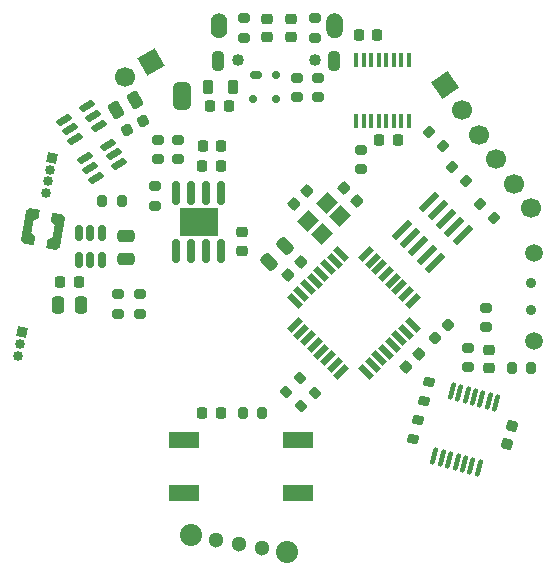
<source format=gbs>
%TF.GenerationSoftware,KiCad,Pcbnew,9.0.0*%
%TF.CreationDate,2025-05-02T17:15:01+02:00*%
%TF.ProjectId,009_RGB Sound Control Light Bar Redesign_fraseross,3030395f-5247-4422-9053-6f756e642043,rev?*%
%TF.SameCoordinates,Original*%
%TF.FileFunction,Soldermask,Bot*%
%TF.FilePolarity,Negative*%
%FSLAX46Y46*%
G04 Gerber Fmt 4.6, Leading zero omitted, Abs format (unit mm)*
G04 Created by KiCad (PCBNEW 9.0.0) date 2025-05-02 17:15:01*
%MOMM*%
%LPD*%
G01*
G04 APERTURE LIST*
G04 Aperture macros list*
%AMRoundRect*
0 Rectangle with rounded corners*
0 $1 Rounding radius*
0 $2 $3 $4 $5 $6 $7 $8 $9 X,Y pos of 4 corners*
0 Add a 4 corners polygon primitive as box body*
4,1,4,$2,$3,$4,$5,$6,$7,$8,$9,$2,$3,0*
0 Add four circle primitives for the rounded corners*
1,1,$1+$1,$2,$3*
1,1,$1+$1,$4,$5*
1,1,$1+$1,$6,$7*
1,1,$1+$1,$8,$9*
0 Add four rect primitives between the rounded corners*
20,1,$1+$1,$2,$3,$4,$5,0*
20,1,$1+$1,$4,$5,$6,$7,0*
20,1,$1+$1,$6,$7,$8,$9,0*
20,1,$1+$1,$8,$9,$2,$3,0*%
%AMHorizOval*
0 Thick line with rounded ends*
0 $1 width*
0 $2 $3 position (X,Y) of the first rounded end (center of the circle)*
0 $4 $5 position (X,Y) of the second rounded end (center of the circle)*
0 Add line between two ends*
20,1,$1,$2,$3,$4,$5,0*
0 Add two circle primitives to create the rounded ends*
1,1,$1,$2,$3*
1,1,$1,$4,$5*%
%AMRotRect*
0 Rectangle, with rotation*
0 The origin of the aperture is its center*
0 $1 length*
0 $2 width*
0 $3 Rotation angle, in degrees counterclockwise*
0 Add horizontal line*
21,1,$1,$2,0,0,$3*%
%AMFreePoly0*
4,1,23,0.500000,-0.750000,0.000000,-0.750000,0.000000,-0.745722,-0.065263,-0.745722,-0.191342,-0.711940,-0.304381,-0.646677,-0.396677,-0.554381,-0.461940,-0.441342,-0.495722,-0.315263,-0.495722,-0.250000,-0.500000,-0.250000,-0.500000,0.250000,-0.495722,0.250000,-0.495722,0.315263,-0.461940,0.441342,-0.396677,0.554381,-0.304381,0.646677,-0.191342,0.711940,-0.065263,0.745722,0.000000,0.745722,
0.000000,0.750000,0.500000,0.750000,0.500000,-0.750000,0.500000,-0.750000,$1*%
%AMFreePoly1*
4,1,23,0.000000,0.745722,0.065263,0.745722,0.191342,0.711940,0.304381,0.646677,0.396677,0.554381,0.461940,0.441342,0.495722,0.315263,0.495722,0.250000,0.500000,0.250000,0.500000,-0.250000,0.495722,-0.250000,0.495722,-0.315263,0.461940,-0.441342,0.396677,-0.554381,0.304381,-0.646677,0.191342,-0.711940,0.065263,-0.745722,0.000000,-0.745722,0.000000,-0.750000,-0.500000,-0.750000,
-0.500000,0.750000,0.000000,0.750000,0.000000,0.745722,0.000000,0.745722,$1*%
%AMFreePoly2*
4,1,11,0.760000,0.825000,0.380000,0.510000,0.380000,-0.510000,0.760000,-0.825000,0.760000,-1.525000,-0.125000,-1.525000,-0.380000,-1.270000,-0.380000,1.270000,-0.125000,1.525000,0.760000,1.525000,0.760000,0.825000,0.760000,0.825000,$1*%
G04 Aperture macros list end*
%ADD10C,0.010000*%
%ADD11C,1.020000*%
%ADD12O,1.100000X1.800000*%
%ADD13C,0.889000*%
%ADD14C,1.498600*%
%ADD15C,1.300000*%
%ADD16C,1.875000*%
%ADD17RotRect,1.700000X1.700000X300.000000*%
%ADD18HorizOval,1.700000X0.000000X0.000000X0.000000X0.000000X0*%
%ADD19RotRect,1.700000X1.700000X35.000000*%
%ADD20HorizOval,1.700000X0.000000X0.000000X0.000000X0.000000X0*%
%ADD21RotRect,0.850000X0.850000X350.000000*%
%ADD22HorizOval,0.850000X0.000000X0.000000X0.000000X0.000000X0*%
%ADD23RoundRect,0.225000X-0.225000X-0.250000X0.225000X-0.250000X0.225000X0.250000X-0.225000X0.250000X0*%
%ADD24FreePoly0,270.000000*%
%ADD25FreePoly1,270.000000*%
%ADD26RoundRect,0.225000X-0.250000X0.225000X-0.250000X-0.225000X0.250000X-0.225000X0.250000X0.225000X0*%
%ADD27RoundRect,0.225000X0.183247X-0.282038X0.299716X0.152629X-0.183247X0.282038X-0.299716X-0.152629X0*%
%ADD28R,0.400000X1.200000*%
%ADD29RoundRect,0.225000X0.225000X0.250000X-0.225000X0.250000X-0.225000X-0.250000X0.225000X-0.250000X0*%
%ADD30RoundRect,0.200000X0.053033X-0.335876X0.335876X-0.053033X-0.053033X0.335876X-0.335876X0.053033X0*%
%ADD31RoundRect,0.225000X0.250000X-0.225000X0.250000X0.225000X-0.250000X0.225000X-0.250000X-0.225000X0*%
%ADD32RoundRect,0.225000X0.017678X-0.335876X0.335876X-0.017678X-0.017678X0.335876X-0.335876X0.017678X0*%
%ADD33RoundRect,0.175000X-0.325000X0.175000X-0.325000X-0.175000X0.325000X-0.175000X0.325000X0.175000X0*%
%ADD34RoundRect,0.150000X-0.150000X0.200000X-0.150000X-0.200000X0.150000X-0.200000X0.150000X0.200000X0*%
%ADD35RoundRect,0.200000X-0.275000X0.200000X-0.275000X-0.200000X0.275000X-0.200000X0.275000X0.200000X0*%
%ADD36RoundRect,0.200000X0.275000X-0.200000X0.275000X0.200000X-0.275000X0.200000X-0.275000X-0.200000X0*%
%ADD37RoundRect,0.200000X-0.213866X0.264360X-0.317393X-0.122010X0.213866X-0.264360X0.317393X0.122010X0*%
%ADD38RoundRect,0.250000X-0.475000X0.250000X-0.475000X-0.250000X0.475000X-0.250000X0.475000X0.250000X0*%
%ADD39RotRect,2.000000X0.500000X45.000000*%
%ADD40RoundRect,0.225000X-0.335876X-0.017678X-0.017678X-0.335876X0.335876X0.017678X0.017678X0.335876X0*%
%ADD41RoundRect,0.100000X0.068405X0.641660X-0.261590X-0.589896X-0.068405X-0.641660X0.261590X0.589896X0*%
%ADD42RoundRect,0.200000X0.200000X0.275000X-0.200000X0.275000X-0.200000X-0.275000X0.200000X-0.275000X0*%
%ADD43RoundRect,0.250000X-0.159099X0.512652X-0.512652X0.159099X0.159099X-0.512652X0.512652X-0.159099X0*%
%ADD44RoundRect,0.200000X-0.200000X-0.275000X0.200000X-0.275000X0.200000X0.275000X-0.200000X0.275000X0*%
%ADD45RoundRect,0.250000X0.002332X0.520961X-0.452332X0.258461X-0.002332X-0.520961X0.452332X-0.258461X0*%
%ADD46RoundRect,0.200000X0.335876X0.053033X0.053033X0.335876X-0.335876X-0.053033X-0.053033X-0.335876X0*%
%ADD47RoundRect,0.218750X-0.218750X-0.381250X0.218750X-0.381250X0.218750X0.381250X-0.218750X0.381250X0*%
%ADD48RoundRect,0.150000X0.368838X0.386154X-0.518838X-0.126346X-0.368838X-0.386154X0.518838X0.126346X0*%
%ADD49R,2.600000X1.400000*%
%ADD50RotRect,1.400000X1.200000X45.000000*%
%ADD51RoundRect,0.225000X-0.017678X0.335876X-0.335876X0.017678X0.017678X-0.335876X0.335876X-0.017678X0*%
%ADD52FreePoly2,170.000000*%
%ADD53FreePoly2,350.000000*%
%ADD54RoundRect,0.218750X-0.026517X0.335876X-0.335876X0.026517X0.026517X-0.335876X0.335876X-0.026517X0*%
%ADD55RoundRect,0.225000X-0.069856X-0.329006X0.319856X-0.104006X0.069856X0.329006X-0.319856X0.104006X0*%
%ADD56RoundRect,0.150000X-0.368838X-0.386154X0.518838X0.126346X0.368838X0.386154X-0.518838X-0.126346X0*%
%ADD57RoundRect,0.150000X0.150000X-0.512500X0.150000X0.512500X-0.150000X0.512500X-0.150000X-0.512500X0*%
%ADD58RotRect,0.507200X1.416799X225.000000*%
%ADD59RotRect,0.507200X1.416799X315.000000*%
%ADD60RoundRect,0.250000X-0.250000X-0.475000X0.250000X-0.475000X0.250000X0.475000X-0.250000X0.475000X0*%
%ADD61RoundRect,0.200000X-0.335876X-0.053033X-0.053033X-0.335876X0.335876X0.053033X0.053033X0.335876X0*%
%ADD62RoundRect,0.150000X-0.150000X0.825000X-0.150000X-0.825000X0.150000X-0.825000X0.150000X0.825000X0*%
%ADD63R,3.300000X2.410000*%
G04 APERTURE END LIST*
D10*
%TO.C,P2*%
X126139000Y-98251000D02*
X126173000Y-98254000D01*
X126207000Y-98258000D01*
X126240000Y-98264000D01*
X126273000Y-98272000D01*
X126306000Y-98282000D01*
X126338000Y-98293000D01*
X126369000Y-98306000D01*
X126400000Y-98321000D01*
X126430000Y-98337000D01*
X126459000Y-98355000D01*
X126487000Y-98374000D01*
X126514000Y-98395000D01*
X126540000Y-98417000D01*
X126565000Y-98440000D01*
X126588000Y-98465000D01*
X126610000Y-98491000D01*
X126631000Y-98518000D01*
X126650000Y-98546000D01*
X126668000Y-98575000D01*
X126684000Y-98605000D01*
X126699000Y-98636000D01*
X126712000Y-98667000D01*
X126723000Y-98699000D01*
X126733000Y-98732000D01*
X126741000Y-98765000D01*
X126747000Y-98798000D01*
X126751000Y-98832000D01*
X126754000Y-98866000D01*
X126755000Y-98900000D01*
X126755000Y-99250000D01*
X126755000Y-99600000D01*
X126754000Y-99634000D01*
X126751000Y-99668000D01*
X126747000Y-99702000D01*
X126741000Y-99735000D01*
X126733000Y-99768000D01*
X126723000Y-99801000D01*
X126712000Y-99833000D01*
X126699000Y-99864000D01*
X126684000Y-99895000D01*
X126668000Y-99925000D01*
X126650000Y-99954000D01*
X126631000Y-99982000D01*
X126610000Y-100009000D01*
X126588000Y-100035000D01*
X126565000Y-100060000D01*
X126540000Y-100083000D01*
X126514000Y-100105000D01*
X126487000Y-100126000D01*
X126459000Y-100145000D01*
X126430000Y-100163000D01*
X126400000Y-100179000D01*
X126369000Y-100194000D01*
X126338000Y-100207000D01*
X126306000Y-100218000D01*
X126273000Y-100228000D01*
X126240000Y-100236000D01*
X126207000Y-100242000D01*
X126173000Y-100246000D01*
X126139000Y-100249000D01*
X126105000Y-100250000D01*
X126071000Y-100249000D01*
X126037000Y-100246000D01*
X126003000Y-100242000D01*
X125970000Y-100236000D01*
X125937000Y-100228000D01*
X125904000Y-100218000D01*
X125872000Y-100207000D01*
X125841000Y-100194000D01*
X125810000Y-100179000D01*
X125780000Y-100163000D01*
X125751000Y-100145000D01*
X125723000Y-100126000D01*
X125696000Y-100105000D01*
X125670000Y-100083000D01*
X125645000Y-100060000D01*
X125622000Y-100035000D01*
X125600000Y-100009000D01*
X125579000Y-99982000D01*
X125560000Y-99954000D01*
X125542000Y-99925000D01*
X125526000Y-99895000D01*
X125511000Y-99864000D01*
X125498000Y-99833000D01*
X125487000Y-99801000D01*
X125477000Y-99768000D01*
X125469000Y-99735000D01*
X125463000Y-99702000D01*
X125459000Y-99668000D01*
X125456000Y-99634000D01*
X125455000Y-99600000D01*
X125455000Y-99250000D01*
X125455000Y-98900000D01*
X125456000Y-98866000D01*
X125459000Y-98832000D01*
X125463000Y-98798000D01*
X125469000Y-98765000D01*
X125477000Y-98732000D01*
X125487000Y-98699000D01*
X125498000Y-98667000D01*
X125511000Y-98636000D01*
X125526000Y-98605000D01*
X125542000Y-98575000D01*
X125560000Y-98546000D01*
X125579000Y-98518000D01*
X125600000Y-98491000D01*
X125622000Y-98465000D01*
X125645000Y-98440000D01*
X125670000Y-98417000D01*
X125696000Y-98395000D01*
X125723000Y-98374000D01*
X125751000Y-98355000D01*
X125780000Y-98337000D01*
X125810000Y-98321000D01*
X125841000Y-98306000D01*
X125872000Y-98293000D01*
X125904000Y-98282000D01*
X125937000Y-98272000D01*
X125970000Y-98264000D01*
X126003000Y-98258000D01*
X126037000Y-98254000D01*
X126071000Y-98251000D01*
X126105000Y-98250000D01*
X126139000Y-98251000D01*
G36*
X126139000Y-98251000D02*
G01*
X126173000Y-98254000D01*
X126207000Y-98258000D01*
X126240000Y-98264000D01*
X126273000Y-98272000D01*
X126306000Y-98282000D01*
X126338000Y-98293000D01*
X126369000Y-98306000D01*
X126400000Y-98321000D01*
X126430000Y-98337000D01*
X126459000Y-98355000D01*
X126487000Y-98374000D01*
X126514000Y-98395000D01*
X126540000Y-98417000D01*
X126565000Y-98440000D01*
X126588000Y-98465000D01*
X126610000Y-98491000D01*
X126631000Y-98518000D01*
X126650000Y-98546000D01*
X126668000Y-98575000D01*
X126684000Y-98605000D01*
X126699000Y-98636000D01*
X126712000Y-98667000D01*
X126723000Y-98699000D01*
X126733000Y-98732000D01*
X126741000Y-98765000D01*
X126747000Y-98798000D01*
X126751000Y-98832000D01*
X126754000Y-98866000D01*
X126755000Y-98900000D01*
X126755000Y-99250000D01*
X126755000Y-99600000D01*
X126754000Y-99634000D01*
X126751000Y-99668000D01*
X126747000Y-99702000D01*
X126741000Y-99735000D01*
X126733000Y-99768000D01*
X126723000Y-99801000D01*
X126712000Y-99833000D01*
X126699000Y-99864000D01*
X126684000Y-99895000D01*
X126668000Y-99925000D01*
X126650000Y-99954000D01*
X126631000Y-99982000D01*
X126610000Y-100009000D01*
X126588000Y-100035000D01*
X126565000Y-100060000D01*
X126540000Y-100083000D01*
X126514000Y-100105000D01*
X126487000Y-100126000D01*
X126459000Y-100145000D01*
X126430000Y-100163000D01*
X126400000Y-100179000D01*
X126369000Y-100194000D01*
X126338000Y-100207000D01*
X126306000Y-100218000D01*
X126273000Y-100228000D01*
X126240000Y-100236000D01*
X126207000Y-100242000D01*
X126173000Y-100246000D01*
X126139000Y-100249000D01*
X126105000Y-100250000D01*
X126071000Y-100249000D01*
X126037000Y-100246000D01*
X126003000Y-100242000D01*
X125970000Y-100236000D01*
X125937000Y-100228000D01*
X125904000Y-100218000D01*
X125872000Y-100207000D01*
X125841000Y-100194000D01*
X125810000Y-100179000D01*
X125780000Y-100163000D01*
X125751000Y-100145000D01*
X125723000Y-100126000D01*
X125696000Y-100105000D01*
X125670000Y-100083000D01*
X125645000Y-100060000D01*
X125622000Y-100035000D01*
X125600000Y-100009000D01*
X125579000Y-99982000D01*
X125560000Y-99954000D01*
X125542000Y-99925000D01*
X125526000Y-99895000D01*
X125511000Y-99864000D01*
X125498000Y-99833000D01*
X125487000Y-99801000D01*
X125477000Y-99768000D01*
X125469000Y-99735000D01*
X125463000Y-99702000D01*
X125459000Y-99668000D01*
X125456000Y-99634000D01*
X125455000Y-99600000D01*
X125455000Y-99250000D01*
X125455000Y-98900000D01*
X125456000Y-98866000D01*
X125459000Y-98832000D01*
X125463000Y-98798000D01*
X125469000Y-98765000D01*
X125477000Y-98732000D01*
X125487000Y-98699000D01*
X125498000Y-98667000D01*
X125511000Y-98636000D01*
X125526000Y-98605000D01*
X125542000Y-98575000D01*
X125560000Y-98546000D01*
X125579000Y-98518000D01*
X125600000Y-98491000D01*
X125622000Y-98465000D01*
X125645000Y-98440000D01*
X125670000Y-98417000D01*
X125696000Y-98395000D01*
X125723000Y-98374000D01*
X125751000Y-98355000D01*
X125780000Y-98337000D01*
X125810000Y-98321000D01*
X125841000Y-98306000D01*
X125872000Y-98293000D01*
X125904000Y-98282000D01*
X125937000Y-98272000D01*
X125970000Y-98264000D01*
X126003000Y-98258000D01*
X126037000Y-98254000D01*
X126071000Y-98251000D01*
X126105000Y-98250000D01*
X126139000Y-98251000D01*
G37*
X135929000Y-98251000D02*
X135963000Y-98254000D01*
X135997000Y-98258000D01*
X136030000Y-98264000D01*
X136063000Y-98272000D01*
X136096000Y-98282000D01*
X136128000Y-98293000D01*
X136159000Y-98306000D01*
X136190000Y-98321000D01*
X136220000Y-98337000D01*
X136249000Y-98355000D01*
X136277000Y-98374000D01*
X136304000Y-98395000D01*
X136330000Y-98417000D01*
X136355000Y-98440000D01*
X136378000Y-98465000D01*
X136400000Y-98491000D01*
X136421000Y-98518000D01*
X136440000Y-98546000D01*
X136458000Y-98575000D01*
X136474000Y-98605000D01*
X136489000Y-98636000D01*
X136502000Y-98667000D01*
X136513000Y-98699000D01*
X136523000Y-98732000D01*
X136531000Y-98765000D01*
X136537000Y-98798000D01*
X136541000Y-98832000D01*
X136544000Y-98866000D01*
X136545000Y-98900000D01*
X136545000Y-99250000D01*
X136545000Y-99600000D01*
X136544000Y-99634000D01*
X136541000Y-99668000D01*
X136537000Y-99702000D01*
X136531000Y-99735000D01*
X136523000Y-99768000D01*
X136513000Y-99801000D01*
X136502000Y-99833000D01*
X136489000Y-99864000D01*
X136474000Y-99895000D01*
X136458000Y-99925000D01*
X136440000Y-99954000D01*
X136421000Y-99982000D01*
X136400000Y-100009000D01*
X136378000Y-100035000D01*
X136355000Y-100060000D01*
X136330000Y-100083000D01*
X136304000Y-100105000D01*
X136277000Y-100126000D01*
X136249000Y-100145000D01*
X136220000Y-100163000D01*
X136190000Y-100179000D01*
X136159000Y-100194000D01*
X136128000Y-100207000D01*
X136096000Y-100218000D01*
X136063000Y-100228000D01*
X136030000Y-100236000D01*
X135997000Y-100242000D01*
X135963000Y-100246000D01*
X135929000Y-100249000D01*
X135895000Y-100250000D01*
X135861000Y-100249000D01*
X135827000Y-100246000D01*
X135793000Y-100242000D01*
X135760000Y-100236000D01*
X135727000Y-100228000D01*
X135694000Y-100218000D01*
X135662000Y-100207000D01*
X135631000Y-100194000D01*
X135600000Y-100179000D01*
X135570000Y-100163000D01*
X135541000Y-100145000D01*
X135513000Y-100126000D01*
X135486000Y-100105000D01*
X135460000Y-100083000D01*
X135435000Y-100060000D01*
X135412000Y-100035000D01*
X135390000Y-100009000D01*
X135369000Y-99982000D01*
X135350000Y-99954000D01*
X135332000Y-99925000D01*
X135316000Y-99895000D01*
X135301000Y-99864000D01*
X135288000Y-99833000D01*
X135277000Y-99801000D01*
X135267000Y-99768000D01*
X135259000Y-99735000D01*
X135253000Y-99702000D01*
X135249000Y-99668000D01*
X135246000Y-99634000D01*
X135245000Y-99600000D01*
X135245000Y-99250000D01*
X135245000Y-98900000D01*
X135246000Y-98866000D01*
X135249000Y-98832000D01*
X135253000Y-98798000D01*
X135259000Y-98765000D01*
X135267000Y-98732000D01*
X135277000Y-98699000D01*
X135288000Y-98667000D01*
X135301000Y-98636000D01*
X135316000Y-98605000D01*
X135332000Y-98575000D01*
X135350000Y-98546000D01*
X135369000Y-98518000D01*
X135390000Y-98491000D01*
X135412000Y-98465000D01*
X135435000Y-98440000D01*
X135460000Y-98417000D01*
X135486000Y-98395000D01*
X135513000Y-98374000D01*
X135541000Y-98355000D01*
X135570000Y-98337000D01*
X135600000Y-98321000D01*
X135631000Y-98306000D01*
X135662000Y-98293000D01*
X135694000Y-98282000D01*
X135727000Y-98272000D01*
X135760000Y-98264000D01*
X135793000Y-98258000D01*
X135827000Y-98254000D01*
X135861000Y-98251000D01*
X135895000Y-98250000D01*
X135929000Y-98251000D01*
G36*
X135929000Y-98251000D02*
G01*
X135963000Y-98254000D01*
X135997000Y-98258000D01*
X136030000Y-98264000D01*
X136063000Y-98272000D01*
X136096000Y-98282000D01*
X136128000Y-98293000D01*
X136159000Y-98306000D01*
X136190000Y-98321000D01*
X136220000Y-98337000D01*
X136249000Y-98355000D01*
X136277000Y-98374000D01*
X136304000Y-98395000D01*
X136330000Y-98417000D01*
X136355000Y-98440000D01*
X136378000Y-98465000D01*
X136400000Y-98491000D01*
X136421000Y-98518000D01*
X136440000Y-98546000D01*
X136458000Y-98575000D01*
X136474000Y-98605000D01*
X136489000Y-98636000D01*
X136502000Y-98667000D01*
X136513000Y-98699000D01*
X136523000Y-98732000D01*
X136531000Y-98765000D01*
X136537000Y-98798000D01*
X136541000Y-98832000D01*
X136544000Y-98866000D01*
X136545000Y-98900000D01*
X136545000Y-99250000D01*
X136545000Y-99600000D01*
X136544000Y-99634000D01*
X136541000Y-99668000D01*
X136537000Y-99702000D01*
X136531000Y-99735000D01*
X136523000Y-99768000D01*
X136513000Y-99801000D01*
X136502000Y-99833000D01*
X136489000Y-99864000D01*
X136474000Y-99895000D01*
X136458000Y-99925000D01*
X136440000Y-99954000D01*
X136421000Y-99982000D01*
X136400000Y-100009000D01*
X136378000Y-100035000D01*
X136355000Y-100060000D01*
X136330000Y-100083000D01*
X136304000Y-100105000D01*
X136277000Y-100126000D01*
X136249000Y-100145000D01*
X136220000Y-100163000D01*
X136190000Y-100179000D01*
X136159000Y-100194000D01*
X136128000Y-100207000D01*
X136096000Y-100218000D01*
X136063000Y-100228000D01*
X136030000Y-100236000D01*
X135997000Y-100242000D01*
X135963000Y-100246000D01*
X135929000Y-100249000D01*
X135895000Y-100250000D01*
X135861000Y-100249000D01*
X135827000Y-100246000D01*
X135793000Y-100242000D01*
X135760000Y-100236000D01*
X135727000Y-100228000D01*
X135694000Y-100218000D01*
X135662000Y-100207000D01*
X135631000Y-100194000D01*
X135600000Y-100179000D01*
X135570000Y-100163000D01*
X135541000Y-100145000D01*
X135513000Y-100126000D01*
X135486000Y-100105000D01*
X135460000Y-100083000D01*
X135435000Y-100060000D01*
X135412000Y-100035000D01*
X135390000Y-100009000D01*
X135369000Y-99982000D01*
X135350000Y-99954000D01*
X135332000Y-99925000D01*
X135316000Y-99895000D01*
X135301000Y-99864000D01*
X135288000Y-99833000D01*
X135277000Y-99801000D01*
X135267000Y-99768000D01*
X135259000Y-99735000D01*
X135253000Y-99702000D01*
X135249000Y-99668000D01*
X135246000Y-99634000D01*
X135245000Y-99600000D01*
X135245000Y-99250000D01*
X135245000Y-98900000D01*
X135246000Y-98866000D01*
X135249000Y-98832000D01*
X135253000Y-98798000D01*
X135259000Y-98765000D01*
X135267000Y-98732000D01*
X135277000Y-98699000D01*
X135288000Y-98667000D01*
X135301000Y-98636000D01*
X135316000Y-98605000D01*
X135332000Y-98575000D01*
X135350000Y-98546000D01*
X135369000Y-98518000D01*
X135390000Y-98491000D01*
X135412000Y-98465000D01*
X135435000Y-98440000D01*
X135460000Y-98417000D01*
X135486000Y-98395000D01*
X135513000Y-98374000D01*
X135541000Y-98355000D01*
X135570000Y-98337000D01*
X135600000Y-98321000D01*
X135631000Y-98306000D01*
X135662000Y-98293000D01*
X135694000Y-98282000D01*
X135727000Y-98272000D01*
X135760000Y-98264000D01*
X135793000Y-98258000D01*
X135827000Y-98254000D01*
X135861000Y-98251000D01*
X135895000Y-98250000D01*
X135929000Y-98251000D01*
G37*
%TO.C,JP2*%
G36*
X122250000Y-105100000D02*
G01*
X123750000Y-105100000D01*
X123750000Y-105400000D01*
X122250000Y-105400000D01*
X122250000Y-105100000D01*
G37*
%TD*%
D11*
%TO.C,P2*%
X134250000Y-102150000D03*
X127750000Y-102150000D03*
D12*
X135895000Y-102250000D03*
X126105000Y-102250000D03*
%TD*%
D13*
%TO.C,SW1*%
X152547400Y-123400000D03*
X152547400Y-121100000D03*
D14*
X152847399Y-126000000D03*
X152847399Y-118500000D03*
%TD*%
D15*
%TO.C,S2*%
X125880385Y-142802703D03*
X127850000Y-143150000D03*
X129819616Y-143497296D03*
D16*
X123812289Y-142438042D03*
X131887713Y-143861957D03*
%TD*%
D17*
%TO.C,J1*%
X120354182Y-102362500D03*
D18*
X118154475Y-103632502D03*
%TD*%
D19*
%TO.C,J2*%
X145257790Y-104348386D03*
D20*
X146714674Y-106429034D03*
X148171558Y-108509678D03*
X149628442Y-110590325D03*
X151085327Y-112670971D03*
X152542211Y-114751617D03*
%TD*%
D21*
%TO.C,J5*%
X112000000Y-110500000D03*
D22*
X111826352Y-111484808D03*
X111652704Y-112469615D03*
X111479054Y-113454423D03*
%TD*%
D21*
%TO.C,J6*%
X109500000Y-125250000D03*
D22*
X109326352Y-126234808D03*
X109152704Y-127219615D03*
%TD*%
D23*
%TO.C,C13*%
X124774999Y-109500000D03*
X126325001Y-109500000D03*
%TD*%
%TO.C,C12*%
X137975000Y-100050000D03*
X139525000Y-100050000D03*
%TD*%
D24*
%TO.C,JP2*%
X123000000Y-104600000D03*
D25*
X123000000Y-105900000D03*
%TD*%
D26*
%TO.C,C18*%
X128100000Y-116774999D03*
X128100000Y-118325001D03*
%TD*%
D27*
%TO.C,C21*%
X150569193Y-134701547D03*
X150970363Y-133204361D03*
%TD*%
D28*
%TO.C,U1*%
X142222500Y-107350000D03*
X141587500Y-107350000D03*
X140952500Y-107350000D03*
X140317500Y-107350000D03*
X139682500Y-107350000D03*
X139047500Y-107350000D03*
X138412500Y-107350000D03*
X137777500Y-107350000D03*
X137777500Y-102150000D03*
X138412500Y-102150000D03*
X139047500Y-102150000D03*
X139682500Y-102150000D03*
X140317500Y-102150000D03*
X140952500Y-102150000D03*
X141587500Y-102150000D03*
X142222500Y-102150000D03*
%TD*%
D29*
%TO.C,C1*%
X126275001Y-132100000D03*
X124724999Y-132100000D03*
%TD*%
D30*
%TO.C,R2*%
X131833274Y-130266726D03*
X133000000Y-129100000D03*
%TD*%
D31*
%TO.C,C11*%
X132250000Y-100275000D03*
X132250000Y-98725000D03*
%TD*%
D32*
%TO.C,C2*%
X142001992Y-128148008D03*
X143098008Y-127051992D03*
%TD*%
D33*
%TO.C,D2*%
X129250000Y-103500000D03*
D34*
X130950000Y-103500000D03*
X130950000Y-105500000D03*
X129050000Y-105500000D03*
%TD*%
D35*
%TO.C,R26*%
X147250000Y-126575000D03*
X147250000Y-128225000D03*
%TD*%
D36*
%TO.C,R9*%
X128250000Y-100325000D03*
X128250000Y-98675000D03*
%TD*%
D37*
%TO.C,R24*%
X143963526Y-129453111D03*
X143536474Y-131046889D03*
%TD*%
D31*
%TO.C,C10*%
X130250000Y-100275000D03*
X130250000Y-98725000D03*
%TD*%
D38*
%TO.C,C17*%
X118250000Y-117100000D03*
X118250000Y-119000000D03*
%TD*%
D30*
%TO.C,R3*%
X133083274Y-131516726D03*
X134250000Y-130350000D03*
%TD*%
D39*
%TO.C,J4*%
X144447487Y-119380940D03*
X146780940Y-117047488D03*
X143740381Y-118673833D03*
X146073833Y-116340381D03*
X143033274Y-117966726D03*
X145366726Y-115633274D03*
X142326167Y-117259619D03*
X144659619Y-114926167D03*
X141619060Y-116552512D03*
X143952513Y-114219060D03*
%TD*%
D40*
%TO.C,C4*%
X136751992Y-113051992D03*
X137848008Y-114148008D03*
%TD*%
D41*
%TO.C,U6*%
X145857314Y-130230340D03*
X146485166Y-130398572D03*
X147113017Y-130566805D03*
X147740869Y-130735037D03*
X148368722Y-130903270D03*
X148996573Y-131071502D03*
X149624426Y-131239735D03*
X148142686Y-136769660D03*
X147514834Y-136601428D03*
X146886983Y-136433195D03*
X146259131Y-136264963D03*
X145631278Y-136096730D03*
X145003427Y-135928498D03*
X144375574Y-135760265D03*
%TD*%
D42*
%TO.C,R23*%
X152575000Y-128250000D03*
X150925000Y-128250000D03*
%TD*%
D29*
%TO.C,C23*%
X141275001Y-109000000D03*
X139724999Y-109000000D03*
%TD*%
D42*
%TO.C,R1*%
X129825000Y-132100000D03*
X128175000Y-132100000D03*
%TD*%
D35*
%TO.C,R7*%
X138150000Y-109800000D03*
X138150000Y-111450000D03*
%TD*%
D43*
%TO.C,C22*%
X131721752Y-117928248D03*
X130378248Y-119271752D03*
%TD*%
D44*
%TO.C,R18*%
X116275000Y-114100000D03*
X117925000Y-114100000D03*
%TD*%
D45*
%TO.C,R17*%
X119040248Y-105543750D03*
X117459752Y-106456250D03*
%TD*%
D46*
%TO.C,R5*%
X145083363Y-109483363D03*
X143916637Y-108316637D03*
%TD*%
D35*
%TO.C,R20*%
X119450000Y-122025000D03*
X119450000Y-123675000D03*
%TD*%
D36*
%TO.C,R15*%
X148750000Y-124825000D03*
X148750000Y-123175000D03*
%TD*%
D47*
%TO.C,FB2*%
X125187500Y-104500000D03*
X127312500Y-104500000D03*
%TD*%
D48*
%TO.C,Q1*%
X116760104Y-109358526D03*
X117235104Y-110181250D03*
X117710104Y-111003974D03*
X115739896Y-112141474D03*
X115264896Y-111318750D03*
X114789896Y-110496026D03*
%TD*%
D23*
%TO.C,C16*%
X112724999Y-121000000D03*
X114275001Y-121000000D03*
%TD*%
D49*
%TO.C,SW2*%
X132800003Y-134349998D03*
X123200000Y-134350000D03*
X132800000Y-138850000D03*
X123199997Y-138850002D03*
%TD*%
D50*
%TO.C,Y1*%
X133706496Y-115812128D03*
X135262128Y-114256498D03*
X136393504Y-115387872D03*
X134837872Y-116943502D03*
%TD*%
D51*
%TO.C,C5*%
X133598008Y-113301992D03*
X132501992Y-114398008D03*
%TD*%
D52*
%TO.C,L1*%
X112500705Y-116720532D03*
D53*
X109999295Y-116279468D03*
%TD*%
D54*
%TO.C,FB3*%
X145550000Y-124600000D03*
X144436306Y-125713696D03*
%TD*%
D55*
%TO.C,C14*%
X118328830Y-108137500D03*
X119671170Y-107362500D03*
%TD*%
D36*
%TO.C,R21*%
X120950000Y-110575000D03*
X120950000Y-108925000D03*
%TD*%
D29*
%TO.C,C9*%
X126975001Y-106100000D03*
X125424999Y-106100000D03*
%TD*%
D37*
%TO.C,R25*%
X142963526Y-132703111D03*
X142536474Y-134296889D03*
%TD*%
D56*
%TO.C,U4*%
X113989896Y-108891474D03*
X113514896Y-108068750D03*
X113039896Y-107246026D03*
X115010104Y-106108526D03*
X115485104Y-106931250D03*
X115960104Y-107753974D03*
%TD*%
D36*
%TO.C,R22*%
X122700000Y-110575000D03*
X122700000Y-108925000D03*
%TD*%
D35*
%TO.C,R16*%
X120700001Y-112875000D03*
X120699999Y-114525000D03*
%TD*%
D32*
%TO.C,C19*%
X132001992Y-120398008D03*
X133098008Y-119301992D03*
%TD*%
D57*
%TO.C,U5*%
X116200000Y-119137500D03*
X115250000Y-119137500D03*
X114300000Y-119137500D03*
X114300000Y-116862500D03*
X115250000Y-116862500D03*
X116200000Y-116862500D03*
%TD*%
D58*
%TO.C,U2*%
X132554715Y-122564511D03*
X133120399Y-121998827D03*
X133686085Y-121433141D03*
X134251771Y-120867455D03*
X134817455Y-120301771D03*
X135383141Y-119736085D03*
X135948826Y-119170400D03*
X136514511Y-118604715D03*
D59*
X138585489Y-118604715D03*
X139151173Y-119170399D03*
X139716859Y-119736085D03*
X140282545Y-120301771D03*
X140848229Y-120867455D03*
X141413915Y-121433141D03*
X141979600Y-121998826D03*
X142545285Y-122564511D03*
D58*
X142545285Y-124635489D03*
X141979601Y-125201173D03*
X141413915Y-125766859D03*
X140848229Y-126332545D03*
X140282545Y-126898229D03*
X139716859Y-127463915D03*
X139151174Y-128029600D03*
X138585489Y-128595285D03*
D59*
X136514511Y-128595285D03*
X135948827Y-128029601D03*
X135383141Y-127463915D03*
X134817455Y-126898229D03*
X134251771Y-126332545D03*
X133686085Y-125766859D03*
X133120400Y-125201174D03*
X132554715Y-124635489D03*
%TD*%
D60*
%TO.C,C15*%
X112550000Y-122960000D03*
X114450000Y-122960000D03*
%TD*%
D61*
%TO.C,R6*%
X148266637Y-114366637D03*
X149433363Y-115533363D03*
%TD*%
D62*
%TO.C,U3*%
X122544999Y-113450001D03*
X123814999Y-113450001D03*
X125084999Y-113450001D03*
X126355000Y-113450002D03*
X126354999Y-118400001D03*
X125084999Y-118400001D03*
X123814999Y-118400001D03*
X122544998Y-118400000D03*
D63*
X124449999Y-115925001D03*
%TD*%
D36*
%TO.C,R11*%
X134250000Y-100325000D03*
X134250000Y-98675000D03*
%TD*%
%TO.C,R14*%
X132750000Y-105325000D03*
X132750000Y-103675000D03*
%TD*%
D35*
%TO.C,R13*%
X134500000Y-103675000D03*
X134500000Y-105325000D03*
%TD*%
D31*
%TO.C,C20*%
X149000000Y-128275000D03*
X149000000Y-126725000D03*
%TD*%
D36*
%TO.C,R19*%
X117600000Y-123675000D03*
X117600000Y-122025000D03*
%TD*%
D61*
%TO.C,R4*%
X145916637Y-111266637D03*
X147083363Y-112433363D03*
%TD*%
D23*
%TO.C,C6*%
X124724999Y-111200000D03*
X126275001Y-111200000D03*
%TD*%
M02*

</source>
